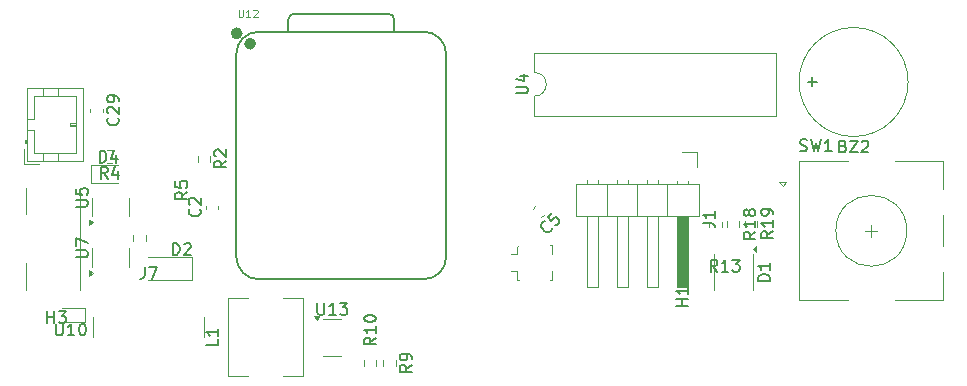
<source format=gbr>
%TF.GenerationSoftware,KiCad,Pcbnew,9.0.2*%
%TF.CreationDate,2025-07-15T17:58:13-04:00*%
%TF.ProjectId,raven-caller,72617665-6e2d-4636-916c-6c65722e6b69,rev?*%
%TF.SameCoordinates,Original*%
%TF.FileFunction,Legend,Top*%
%TF.FilePolarity,Positive*%
%FSLAX46Y46*%
G04 Gerber Fmt 4.6, Leading zero omitted, Abs format (unit mm)*
G04 Created by KiCad (PCBNEW 9.0.2) date 2025-07-15 17:58:13*
%MOMM*%
%LPD*%
G01*
G04 APERTURE LIST*
%ADD10C,0.150000*%
%ADD11C,0.101600*%
%ADD12C,0.120000*%
%ADD13C,0.127000*%
%ADD14C,0.100000*%
%ADD15C,0.504000*%
G04 APERTURE END LIST*
D10*
X184266667Y-102207200D02*
X184409524Y-102254819D01*
X184409524Y-102254819D02*
X184647619Y-102254819D01*
X184647619Y-102254819D02*
X184742857Y-102207200D01*
X184742857Y-102207200D02*
X184790476Y-102159580D01*
X184790476Y-102159580D02*
X184838095Y-102064342D01*
X184838095Y-102064342D02*
X184838095Y-101969104D01*
X184838095Y-101969104D02*
X184790476Y-101873866D01*
X184790476Y-101873866D02*
X184742857Y-101826247D01*
X184742857Y-101826247D02*
X184647619Y-101778628D01*
X184647619Y-101778628D02*
X184457143Y-101731009D01*
X184457143Y-101731009D02*
X184361905Y-101683390D01*
X184361905Y-101683390D02*
X184314286Y-101635771D01*
X184314286Y-101635771D02*
X184266667Y-101540533D01*
X184266667Y-101540533D02*
X184266667Y-101445295D01*
X184266667Y-101445295D02*
X184314286Y-101350057D01*
X184314286Y-101350057D02*
X184361905Y-101302438D01*
X184361905Y-101302438D02*
X184457143Y-101254819D01*
X184457143Y-101254819D02*
X184695238Y-101254819D01*
X184695238Y-101254819D02*
X184838095Y-101302438D01*
X185171429Y-101254819D02*
X185409524Y-102254819D01*
X185409524Y-102254819D02*
X185600000Y-101540533D01*
X185600000Y-101540533D02*
X185790476Y-102254819D01*
X185790476Y-102254819D02*
X186028572Y-101254819D01*
X186933333Y-102254819D02*
X186361905Y-102254819D01*
X186647619Y-102254819D02*
X186647619Y-101254819D01*
X186647619Y-101254819D02*
X186552381Y-101397676D01*
X186552381Y-101397676D02*
X186457143Y-101492914D01*
X186457143Y-101492914D02*
X186361905Y-101540533D01*
X122954819Y-111224404D02*
X123764342Y-111224404D01*
X123764342Y-111224404D02*
X123859580Y-111176785D01*
X123859580Y-111176785D02*
X123907200Y-111129166D01*
X123907200Y-111129166D02*
X123954819Y-111033928D01*
X123954819Y-111033928D02*
X123954819Y-110843452D01*
X123954819Y-110843452D02*
X123907200Y-110748214D01*
X123907200Y-110748214D02*
X123859580Y-110700595D01*
X123859580Y-110700595D02*
X123764342Y-110652976D01*
X123764342Y-110652976D02*
X122954819Y-110652976D01*
X122954819Y-110272023D02*
X122954819Y-109605357D01*
X122954819Y-109605357D02*
X123954819Y-110033928D01*
X122954818Y-106949405D02*
X123764341Y-106949405D01*
X123764341Y-106949405D02*
X123859579Y-106901786D01*
X123859579Y-106901786D02*
X123907199Y-106854167D01*
X123907199Y-106854167D02*
X123954818Y-106758929D01*
X123954818Y-106758929D02*
X123954818Y-106568453D01*
X123954818Y-106568453D02*
X123907199Y-106473215D01*
X123907199Y-106473215D02*
X123859579Y-106425596D01*
X123859579Y-106425596D02*
X123764341Y-106377977D01*
X123764341Y-106377977D02*
X122954818Y-106377977D01*
X122954818Y-105425596D02*
X122954818Y-105901786D01*
X122954818Y-105901786D02*
X123431008Y-105949405D01*
X123431008Y-105949405D02*
X123383389Y-105901786D01*
X123383389Y-105901786D02*
X123335770Y-105806548D01*
X123335770Y-105806548D02*
X123335770Y-105568453D01*
X123335770Y-105568453D02*
X123383389Y-105473215D01*
X123383389Y-105473215D02*
X123431008Y-105425596D01*
X123431008Y-105425596D02*
X123526246Y-105377977D01*
X123526246Y-105377977D02*
X123764341Y-105377977D01*
X123764341Y-105377977D02*
X123859579Y-105425596D01*
X123859579Y-105425596D02*
X123907199Y-105473215D01*
X123907199Y-105473215D02*
X123954818Y-105568453D01*
X123954818Y-105568453D02*
X123954818Y-105806548D01*
X123954818Y-105806548D02*
X123907199Y-105901786D01*
X123907199Y-105901786D02*
X123859579Y-105949405D01*
X125633333Y-104584819D02*
X125300000Y-104108628D01*
X125061905Y-104584819D02*
X125061905Y-103584819D01*
X125061905Y-103584819D02*
X125442857Y-103584819D01*
X125442857Y-103584819D02*
X125538095Y-103632438D01*
X125538095Y-103632438D02*
X125585714Y-103680057D01*
X125585714Y-103680057D02*
X125633333Y-103775295D01*
X125633333Y-103775295D02*
X125633333Y-103918152D01*
X125633333Y-103918152D02*
X125585714Y-104013390D01*
X125585714Y-104013390D02*
X125538095Y-104061009D01*
X125538095Y-104061009D02*
X125442857Y-104108628D01*
X125442857Y-104108628D02*
X125061905Y-104108628D01*
X126490476Y-103918152D02*
X126490476Y-104584819D01*
X126252381Y-103537200D02*
X126014286Y-104251485D01*
X126014286Y-104251485D02*
X126633333Y-104251485D01*
X135684819Y-103066666D02*
X135208628Y-103399999D01*
X135684819Y-103638094D02*
X134684819Y-103638094D01*
X134684819Y-103638094D02*
X134684819Y-103257142D01*
X134684819Y-103257142D02*
X134732438Y-103161904D01*
X134732438Y-103161904D02*
X134780057Y-103114285D01*
X134780057Y-103114285D02*
X134875295Y-103066666D01*
X134875295Y-103066666D02*
X135018152Y-103066666D01*
X135018152Y-103066666D02*
X135113390Y-103114285D01*
X135113390Y-103114285D02*
X135161009Y-103161904D01*
X135161009Y-103161904D02*
X135208628Y-103257142D01*
X135208628Y-103257142D02*
X135208628Y-103638094D01*
X134780057Y-102685713D02*
X134732438Y-102638094D01*
X134732438Y-102638094D02*
X134684819Y-102542856D01*
X134684819Y-102542856D02*
X134684819Y-102304761D01*
X134684819Y-102304761D02*
X134732438Y-102209523D01*
X134732438Y-102209523D02*
X134780057Y-102161904D01*
X134780057Y-102161904D02*
X134875295Y-102114285D01*
X134875295Y-102114285D02*
X134970533Y-102114285D01*
X134970533Y-102114285D02*
X135113390Y-102161904D01*
X135113390Y-102161904D02*
X135684819Y-102733332D01*
X135684819Y-102733332D02*
X135684819Y-102114285D01*
X177257141Y-112454820D02*
X176923808Y-111978629D01*
X176685713Y-112454820D02*
X176685713Y-111454820D01*
X176685713Y-111454820D02*
X177066665Y-111454820D01*
X177066665Y-111454820D02*
X177161903Y-111502439D01*
X177161903Y-111502439D02*
X177209522Y-111550058D01*
X177209522Y-111550058D02*
X177257141Y-111645296D01*
X177257141Y-111645296D02*
X177257141Y-111788153D01*
X177257141Y-111788153D02*
X177209522Y-111883391D01*
X177209522Y-111883391D02*
X177161903Y-111931010D01*
X177161903Y-111931010D02*
X177066665Y-111978629D01*
X177066665Y-111978629D02*
X176685713Y-111978629D01*
X178209522Y-112454820D02*
X177638094Y-112454820D01*
X177923808Y-112454820D02*
X177923808Y-111454820D01*
X177923808Y-111454820D02*
X177828570Y-111597677D01*
X177828570Y-111597677D02*
X177733332Y-111692915D01*
X177733332Y-111692915D02*
X177638094Y-111740534D01*
X178542856Y-111454820D02*
X179161903Y-111454820D01*
X179161903Y-111454820D02*
X178828570Y-111835772D01*
X178828570Y-111835772D02*
X178971427Y-111835772D01*
X178971427Y-111835772D02*
X179066665Y-111883391D01*
X179066665Y-111883391D02*
X179114284Y-111931010D01*
X179114284Y-111931010D02*
X179161903Y-112026248D01*
X179161903Y-112026248D02*
X179161903Y-112264343D01*
X179161903Y-112264343D02*
X179114284Y-112359581D01*
X179114284Y-112359581D02*
X179066665Y-112407201D01*
X179066665Y-112407201D02*
X178971427Y-112454820D01*
X178971427Y-112454820D02*
X178685713Y-112454820D01*
X178685713Y-112454820D02*
X178590475Y-112407201D01*
X178590475Y-112407201D02*
X178542856Y-112359581D01*
X160234819Y-97356904D02*
X161044342Y-97356904D01*
X161044342Y-97356904D02*
X161139580Y-97309285D01*
X161139580Y-97309285D02*
X161187200Y-97261666D01*
X161187200Y-97261666D02*
X161234819Y-97166428D01*
X161234819Y-97166428D02*
X161234819Y-96975952D01*
X161234819Y-96975952D02*
X161187200Y-96880714D01*
X161187200Y-96880714D02*
X161139580Y-96833095D01*
X161139580Y-96833095D02*
X161044342Y-96785476D01*
X161044342Y-96785476D02*
X160234819Y-96785476D01*
X160568152Y-95880714D02*
X161234819Y-95880714D01*
X160187200Y-96118809D02*
X160901485Y-96356904D01*
X160901485Y-96356904D02*
X160901485Y-95737857D01*
D11*
X136733809Y-90270979D02*
X136733809Y-90785026D01*
X136733809Y-90785026D02*
X136764047Y-90845502D01*
X136764047Y-90845502D02*
X136794285Y-90875741D01*
X136794285Y-90875741D02*
X136854761Y-90905979D01*
X136854761Y-90905979D02*
X136975714Y-90905979D01*
X136975714Y-90905979D02*
X137036190Y-90875741D01*
X137036190Y-90875741D02*
X137066428Y-90845502D01*
X137066428Y-90845502D02*
X137096666Y-90785026D01*
X137096666Y-90785026D02*
X137096666Y-90270979D01*
X137731666Y-90905979D02*
X137368809Y-90905979D01*
X137550237Y-90905979D02*
X137550237Y-90270979D01*
X137550237Y-90270979D02*
X137489761Y-90361693D01*
X137489761Y-90361693D02*
X137429285Y-90422169D01*
X137429285Y-90422169D02*
X137368809Y-90452407D01*
X137973571Y-90331455D02*
X138003809Y-90301217D01*
X138003809Y-90301217D02*
X138064285Y-90270979D01*
X138064285Y-90270979D02*
X138215476Y-90270979D01*
X138215476Y-90270979D02*
X138275952Y-90301217D01*
X138275952Y-90301217D02*
X138306190Y-90331455D01*
X138306190Y-90331455D02*
X138336428Y-90391931D01*
X138336428Y-90391931D02*
X138336428Y-90452407D01*
X138336428Y-90452407D02*
X138306190Y-90543121D01*
X138306190Y-90543121D02*
X137943333Y-90905979D01*
X137943333Y-90905979D02*
X138336428Y-90905979D01*
D10*
X131161905Y-111054819D02*
X131161905Y-110054819D01*
X131161905Y-110054819D02*
X131400000Y-110054819D01*
X131400000Y-110054819D02*
X131542857Y-110102438D01*
X131542857Y-110102438D02*
X131638095Y-110197676D01*
X131638095Y-110197676D02*
X131685714Y-110292914D01*
X131685714Y-110292914D02*
X131733333Y-110483390D01*
X131733333Y-110483390D02*
X131733333Y-110626247D01*
X131733333Y-110626247D02*
X131685714Y-110816723D01*
X131685714Y-110816723D02*
X131638095Y-110911961D01*
X131638095Y-110911961D02*
X131542857Y-111007200D01*
X131542857Y-111007200D02*
X131400000Y-111054819D01*
X131400000Y-111054819D02*
X131161905Y-111054819D01*
X132114286Y-110150057D02*
X132161905Y-110102438D01*
X132161905Y-110102438D02*
X132257143Y-110054819D01*
X132257143Y-110054819D02*
X132495238Y-110054819D01*
X132495238Y-110054819D02*
X132590476Y-110102438D01*
X132590476Y-110102438D02*
X132638095Y-110150057D01*
X132638095Y-110150057D02*
X132685714Y-110245295D01*
X132685714Y-110245295D02*
X132685714Y-110340533D01*
X132685714Y-110340533D02*
X132638095Y-110483390D01*
X132638095Y-110483390D02*
X132066667Y-111054819D01*
X132066667Y-111054819D02*
X132685714Y-111054819D01*
X135004819Y-118166666D02*
X135004819Y-118642856D01*
X135004819Y-118642856D02*
X134004819Y-118642856D01*
X135004819Y-117309523D02*
X135004819Y-117880951D01*
X135004819Y-117595237D02*
X134004819Y-117595237D01*
X134004819Y-117595237D02*
X134147676Y-117690475D01*
X134147676Y-117690475D02*
X134242914Y-117785713D01*
X134242914Y-117785713D02*
X134290533Y-117880951D01*
X128776666Y-112059819D02*
X128776666Y-112774104D01*
X128776666Y-112774104D02*
X128729047Y-112916961D01*
X128729047Y-112916961D02*
X128633809Y-113012200D01*
X128633809Y-113012200D02*
X128490952Y-113059819D01*
X128490952Y-113059819D02*
X128395714Y-113059819D01*
X129157619Y-112059819D02*
X129824285Y-112059819D01*
X129824285Y-112059819D02*
X129395714Y-113059819D01*
X187919046Y-101831009D02*
X188061903Y-101878628D01*
X188061903Y-101878628D02*
X188109522Y-101926247D01*
X188109522Y-101926247D02*
X188157141Y-102021485D01*
X188157141Y-102021485D02*
X188157141Y-102164342D01*
X188157141Y-102164342D02*
X188109522Y-102259580D01*
X188109522Y-102259580D02*
X188061903Y-102307200D01*
X188061903Y-102307200D02*
X187966665Y-102354819D01*
X187966665Y-102354819D02*
X187585713Y-102354819D01*
X187585713Y-102354819D02*
X187585713Y-101354819D01*
X187585713Y-101354819D02*
X187919046Y-101354819D01*
X187919046Y-101354819D02*
X188014284Y-101402438D01*
X188014284Y-101402438D02*
X188061903Y-101450057D01*
X188061903Y-101450057D02*
X188109522Y-101545295D01*
X188109522Y-101545295D02*
X188109522Y-101640533D01*
X188109522Y-101640533D02*
X188061903Y-101735771D01*
X188061903Y-101735771D02*
X188014284Y-101783390D01*
X188014284Y-101783390D02*
X187919046Y-101831009D01*
X187919046Y-101831009D02*
X187585713Y-101831009D01*
X188490475Y-101354819D02*
X189157141Y-101354819D01*
X189157141Y-101354819D02*
X188490475Y-102354819D01*
X188490475Y-102354819D02*
X189157141Y-102354819D01*
X189490475Y-101450057D02*
X189538094Y-101402438D01*
X189538094Y-101402438D02*
X189633332Y-101354819D01*
X189633332Y-101354819D02*
X189871427Y-101354819D01*
X189871427Y-101354819D02*
X189966665Y-101402438D01*
X189966665Y-101402438D02*
X190014284Y-101450057D01*
X190014284Y-101450057D02*
X190061903Y-101545295D01*
X190061903Y-101545295D02*
X190061903Y-101640533D01*
X190061903Y-101640533D02*
X190014284Y-101783390D01*
X190014284Y-101783390D02*
X189442856Y-102354819D01*
X189442856Y-102354819D02*
X190061903Y-102354819D01*
X184919047Y-96373866D02*
X185680952Y-96373866D01*
X185299999Y-96754819D02*
X185299999Y-95992914D01*
X143399405Y-115104819D02*
X143399405Y-115914342D01*
X143399405Y-115914342D02*
X143447024Y-116009580D01*
X143447024Y-116009580D02*
X143494643Y-116057200D01*
X143494643Y-116057200D02*
X143589881Y-116104819D01*
X143589881Y-116104819D02*
X143780357Y-116104819D01*
X143780357Y-116104819D02*
X143875595Y-116057200D01*
X143875595Y-116057200D02*
X143923214Y-116009580D01*
X143923214Y-116009580D02*
X143970833Y-115914342D01*
X143970833Y-115914342D02*
X143970833Y-115104819D01*
X144970833Y-116104819D02*
X144399405Y-116104819D01*
X144685119Y-116104819D02*
X144685119Y-115104819D01*
X144685119Y-115104819D02*
X144589881Y-115247676D01*
X144589881Y-115247676D02*
X144494643Y-115342914D01*
X144494643Y-115342914D02*
X144399405Y-115390533D01*
X145304167Y-115104819D02*
X145923214Y-115104819D01*
X145923214Y-115104819D02*
X145589881Y-115485771D01*
X145589881Y-115485771D02*
X145732738Y-115485771D01*
X145732738Y-115485771D02*
X145827976Y-115533390D01*
X145827976Y-115533390D02*
X145875595Y-115581009D01*
X145875595Y-115581009D02*
X145923214Y-115676247D01*
X145923214Y-115676247D02*
X145923214Y-115914342D01*
X145923214Y-115914342D02*
X145875595Y-116009580D01*
X145875595Y-116009580D02*
X145827976Y-116057200D01*
X145827976Y-116057200D02*
X145732738Y-116104819D01*
X145732738Y-116104819D02*
X145447024Y-116104819D01*
X145447024Y-116104819D02*
X145351786Y-116057200D01*
X145351786Y-116057200D02*
X145304167Y-116009580D01*
X176034819Y-108333333D02*
X176749104Y-108333333D01*
X176749104Y-108333333D02*
X176891961Y-108380952D01*
X176891961Y-108380952D02*
X176987200Y-108476190D01*
X176987200Y-108476190D02*
X177034819Y-108619047D01*
X177034819Y-108619047D02*
X177034819Y-108714285D01*
X177034819Y-107333333D02*
X177034819Y-107904761D01*
X177034819Y-107619047D02*
X176034819Y-107619047D01*
X176034819Y-107619047D02*
X176177676Y-107714285D01*
X176177676Y-107714285D02*
X176272914Y-107809523D01*
X176272914Y-107809523D02*
X176320533Y-107904761D01*
X126489580Y-99442857D02*
X126537200Y-99490476D01*
X126537200Y-99490476D02*
X126584819Y-99633333D01*
X126584819Y-99633333D02*
X126584819Y-99728571D01*
X126584819Y-99728571D02*
X126537200Y-99871428D01*
X126537200Y-99871428D02*
X126441961Y-99966666D01*
X126441961Y-99966666D02*
X126346723Y-100014285D01*
X126346723Y-100014285D02*
X126156247Y-100061904D01*
X126156247Y-100061904D02*
X126013390Y-100061904D01*
X126013390Y-100061904D02*
X125822914Y-100014285D01*
X125822914Y-100014285D02*
X125727676Y-99966666D01*
X125727676Y-99966666D02*
X125632438Y-99871428D01*
X125632438Y-99871428D02*
X125584819Y-99728571D01*
X125584819Y-99728571D02*
X125584819Y-99633333D01*
X125584819Y-99633333D02*
X125632438Y-99490476D01*
X125632438Y-99490476D02*
X125680057Y-99442857D01*
X125680057Y-99061904D02*
X125632438Y-99014285D01*
X125632438Y-99014285D02*
X125584819Y-98919047D01*
X125584819Y-98919047D02*
X125584819Y-98680952D01*
X125584819Y-98680952D02*
X125632438Y-98585714D01*
X125632438Y-98585714D02*
X125680057Y-98538095D01*
X125680057Y-98538095D02*
X125775295Y-98490476D01*
X125775295Y-98490476D02*
X125870533Y-98490476D01*
X125870533Y-98490476D02*
X126013390Y-98538095D01*
X126013390Y-98538095D02*
X126584819Y-99109523D01*
X126584819Y-99109523D02*
X126584819Y-98490476D01*
X126584819Y-98014285D02*
X126584819Y-97823809D01*
X126584819Y-97823809D02*
X126537200Y-97728571D01*
X126537200Y-97728571D02*
X126489580Y-97680952D01*
X126489580Y-97680952D02*
X126346723Y-97585714D01*
X126346723Y-97585714D02*
X126156247Y-97538095D01*
X126156247Y-97538095D02*
X125775295Y-97538095D01*
X125775295Y-97538095D02*
X125680057Y-97585714D01*
X125680057Y-97585714D02*
X125632438Y-97633333D01*
X125632438Y-97633333D02*
X125584819Y-97728571D01*
X125584819Y-97728571D02*
X125584819Y-97919047D01*
X125584819Y-97919047D02*
X125632438Y-98014285D01*
X125632438Y-98014285D02*
X125680057Y-98061904D01*
X125680057Y-98061904D02*
X125775295Y-98109523D01*
X125775295Y-98109523D02*
X126013390Y-98109523D01*
X126013390Y-98109523D02*
X126108628Y-98061904D01*
X126108628Y-98061904D02*
X126156247Y-98014285D01*
X126156247Y-98014285D02*
X126203866Y-97919047D01*
X126203866Y-97919047D02*
X126203866Y-97728571D01*
X126203866Y-97728571D02*
X126156247Y-97633333D01*
X126156247Y-97633333D02*
X126108628Y-97585714D01*
X126108628Y-97585714D02*
X126013390Y-97538095D01*
X181984818Y-109042857D02*
X181508627Y-109376190D01*
X181984818Y-109614285D02*
X180984818Y-109614285D01*
X180984818Y-109614285D02*
X180984818Y-109233333D01*
X180984818Y-109233333D02*
X181032437Y-109138095D01*
X181032437Y-109138095D02*
X181080056Y-109090476D01*
X181080056Y-109090476D02*
X181175294Y-109042857D01*
X181175294Y-109042857D02*
X181318151Y-109042857D01*
X181318151Y-109042857D02*
X181413389Y-109090476D01*
X181413389Y-109090476D02*
X181461008Y-109138095D01*
X181461008Y-109138095D02*
X181508627Y-109233333D01*
X181508627Y-109233333D02*
X181508627Y-109614285D01*
X181984818Y-108090476D02*
X181984818Y-108661904D01*
X181984818Y-108376190D02*
X180984818Y-108376190D01*
X180984818Y-108376190D02*
X181127675Y-108471428D01*
X181127675Y-108471428D02*
X181222913Y-108566666D01*
X181222913Y-108566666D02*
X181270532Y-108661904D01*
X181984818Y-107614285D02*
X181984818Y-107423809D01*
X181984818Y-107423809D02*
X181937199Y-107328571D01*
X181937199Y-107328571D02*
X181889579Y-107280952D01*
X181889579Y-107280952D02*
X181746722Y-107185714D01*
X181746722Y-107185714D02*
X181556246Y-107138095D01*
X181556246Y-107138095D02*
X181175294Y-107138095D01*
X181175294Y-107138095D02*
X181080056Y-107185714D01*
X181080056Y-107185714D02*
X181032437Y-107233333D01*
X181032437Y-107233333D02*
X180984818Y-107328571D01*
X180984818Y-107328571D02*
X180984818Y-107519047D01*
X180984818Y-107519047D02*
X181032437Y-107614285D01*
X181032437Y-107614285D02*
X181080056Y-107661904D01*
X181080056Y-107661904D02*
X181175294Y-107709523D01*
X181175294Y-107709523D02*
X181413389Y-107709523D01*
X181413389Y-107709523D02*
X181508627Y-107661904D01*
X181508627Y-107661904D02*
X181556246Y-107614285D01*
X181556246Y-107614285D02*
X181603865Y-107519047D01*
X181603865Y-107519047D02*
X181603865Y-107328571D01*
X181603865Y-107328571D02*
X181556246Y-107233333D01*
X181556246Y-107233333D02*
X181508627Y-107185714D01*
X181508627Y-107185714D02*
X181413389Y-107138095D01*
X133429580Y-107166666D02*
X133477200Y-107214285D01*
X133477200Y-107214285D02*
X133524819Y-107357142D01*
X133524819Y-107357142D02*
X133524819Y-107452380D01*
X133524819Y-107452380D02*
X133477200Y-107595237D01*
X133477200Y-107595237D02*
X133381961Y-107690475D01*
X133381961Y-107690475D02*
X133286723Y-107738094D01*
X133286723Y-107738094D02*
X133096247Y-107785713D01*
X133096247Y-107785713D02*
X132953390Y-107785713D01*
X132953390Y-107785713D02*
X132762914Y-107738094D01*
X132762914Y-107738094D02*
X132667676Y-107690475D01*
X132667676Y-107690475D02*
X132572438Y-107595237D01*
X132572438Y-107595237D02*
X132524819Y-107452380D01*
X132524819Y-107452380D02*
X132524819Y-107357142D01*
X132524819Y-107357142D02*
X132572438Y-107214285D01*
X132572438Y-107214285D02*
X132620057Y-107166666D01*
X132620057Y-106785713D02*
X132572438Y-106738094D01*
X132572438Y-106738094D02*
X132524819Y-106642856D01*
X132524819Y-106642856D02*
X132524819Y-106404761D01*
X132524819Y-106404761D02*
X132572438Y-106309523D01*
X132572438Y-106309523D02*
X132620057Y-106261904D01*
X132620057Y-106261904D02*
X132715295Y-106214285D01*
X132715295Y-106214285D02*
X132810533Y-106214285D01*
X132810533Y-106214285D02*
X132953390Y-106261904D01*
X132953390Y-106261904D02*
X133524819Y-106833332D01*
X133524819Y-106833332D02*
X133524819Y-106214285D01*
X180484817Y-109082857D02*
X180008626Y-109416190D01*
X180484817Y-109654285D02*
X179484817Y-109654285D01*
X179484817Y-109654285D02*
X179484817Y-109273333D01*
X179484817Y-109273333D02*
X179532436Y-109178095D01*
X179532436Y-109178095D02*
X179580055Y-109130476D01*
X179580055Y-109130476D02*
X179675293Y-109082857D01*
X179675293Y-109082857D02*
X179818150Y-109082857D01*
X179818150Y-109082857D02*
X179913388Y-109130476D01*
X179913388Y-109130476D02*
X179961007Y-109178095D01*
X179961007Y-109178095D02*
X180008626Y-109273333D01*
X180008626Y-109273333D02*
X180008626Y-109654285D01*
X180484817Y-108130476D02*
X180484817Y-108701904D01*
X180484817Y-108416190D02*
X179484817Y-108416190D01*
X179484817Y-108416190D02*
X179627674Y-108511428D01*
X179627674Y-108511428D02*
X179722912Y-108606666D01*
X179722912Y-108606666D02*
X179770531Y-108701904D01*
X179913388Y-107559047D02*
X179865769Y-107654285D01*
X179865769Y-107654285D02*
X179818150Y-107701904D01*
X179818150Y-107701904D02*
X179722912Y-107749523D01*
X179722912Y-107749523D02*
X179675293Y-107749523D01*
X179675293Y-107749523D02*
X179580055Y-107701904D01*
X179580055Y-107701904D02*
X179532436Y-107654285D01*
X179532436Y-107654285D02*
X179484817Y-107559047D01*
X179484817Y-107559047D02*
X179484817Y-107368571D01*
X179484817Y-107368571D02*
X179532436Y-107273333D01*
X179532436Y-107273333D02*
X179580055Y-107225714D01*
X179580055Y-107225714D02*
X179675293Y-107178095D01*
X179675293Y-107178095D02*
X179722912Y-107178095D01*
X179722912Y-107178095D02*
X179818150Y-107225714D01*
X179818150Y-107225714D02*
X179865769Y-107273333D01*
X179865769Y-107273333D02*
X179913388Y-107368571D01*
X179913388Y-107368571D02*
X179913388Y-107559047D01*
X179913388Y-107559047D02*
X179961007Y-107654285D01*
X179961007Y-107654285D02*
X180008626Y-107701904D01*
X180008626Y-107701904D02*
X180103864Y-107749523D01*
X180103864Y-107749523D02*
X180294340Y-107749523D01*
X180294340Y-107749523D02*
X180389578Y-107701904D01*
X180389578Y-107701904D02*
X180437198Y-107654285D01*
X180437198Y-107654285D02*
X180484817Y-107559047D01*
X180484817Y-107559047D02*
X180484817Y-107368571D01*
X180484817Y-107368571D02*
X180437198Y-107273333D01*
X180437198Y-107273333D02*
X180389578Y-107225714D01*
X180389578Y-107225714D02*
X180294340Y-107178095D01*
X180294340Y-107178095D02*
X180103864Y-107178095D01*
X180103864Y-107178095D02*
X180008626Y-107225714D01*
X180008626Y-107225714D02*
X179961007Y-107273333D01*
X179961007Y-107273333D02*
X179913388Y-107368571D01*
X120538095Y-116804819D02*
X120538095Y-115804819D01*
X120538095Y-116281009D02*
X121109523Y-116281009D01*
X121109523Y-116804819D02*
X121109523Y-115804819D01*
X121490476Y-115804819D02*
X122109523Y-115804819D01*
X122109523Y-115804819D02*
X121776190Y-116185771D01*
X121776190Y-116185771D02*
X121919047Y-116185771D01*
X121919047Y-116185771D02*
X122014285Y-116233390D01*
X122014285Y-116233390D02*
X122061904Y-116281009D01*
X122061904Y-116281009D02*
X122109523Y-116376247D01*
X122109523Y-116376247D02*
X122109523Y-116614342D01*
X122109523Y-116614342D02*
X122061904Y-116709580D01*
X122061904Y-116709580D02*
X122014285Y-116757200D01*
X122014285Y-116757200D02*
X121919047Y-116804819D01*
X121919047Y-116804819D02*
X121633333Y-116804819D01*
X121633333Y-116804819D02*
X121538095Y-116757200D01*
X121538095Y-116757200D02*
X121490476Y-116709580D01*
X163247574Y-108783275D02*
X163247574Y-108850619D01*
X163247574Y-108850619D02*
X163180230Y-108985306D01*
X163180230Y-108985306D02*
X163112887Y-109052649D01*
X163112887Y-109052649D02*
X162978200Y-109119993D01*
X162978200Y-109119993D02*
X162843513Y-109119993D01*
X162843513Y-109119993D02*
X162742498Y-109086321D01*
X162742498Y-109086321D02*
X162574139Y-108985306D01*
X162574139Y-108985306D02*
X162473124Y-108884291D01*
X162473124Y-108884291D02*
X162372108Y-108715932D01*
X162372108Y-108715932D02*
X162338437Y-108614917D01*
X162338437Y-108614917D02*
X162338437Y-108480230D01*
X162338437Y-108480230D02*
X162405780Y-108345543D01*
X162405780Y-108345543D02*
X162473124Y-108278199D01*
X162473124Y-108278199D02*
X162607811Y-108210856D01*
X162607811Y-108210856D02*
X162675154Y-108210856D01*
X163247574Y-107503749D02*
X162910856Y-107840466D01*
X162910856Y-107840466D02*
X163213902Y-108210856D01*
X163213902Y-108210856D02*
X163213902Y-108143512D01*
X163213902Y-108143512D02*
X163247574Y-108042497D01*
X163247574Y-108042497D02*
X163415933Y-107874138D01*
X163415933Y-107874138D02*
X163516948Y-107840466D01*
X163516948Y-107840466D02*
X163584291Y-107840466D01*
X163584291Y-107840466D02*
X163685307Y-107874138D01*
X163685307Y-107874138D02*
X163853665Y-108042497D01*
X163853665Y-108042497D02*
X163887337Y-108143512D01*
X163887337Y-108143512D02*
X163887337Y-108210856D01*
X163887337Y-108210856D02*
X163853665Y-108311871D01*
X163853665Y-108311871D02*
X163685307Y-108480230D01*
X163685307Y-108480230D02*
X163584291Y-108513901D01*
X163584291Y-108513901D02*
X163516948Y-108513901D01*
X151384819Y-120341666D02*
X150908628Y-120674999D01*
X151384819Y-120913094D02*
X150384819Y-120913094D01*
X150384819Y-120913094D02*
X150384819Y-120532142D01*
X150384819Y-120532142D02*
X150432438Y-120436904D01*
X150432438Y-120436904D02*
X150480057Y-120389285D01*
X150480057Y-120389285D02*
X150575295Y-120341666D01*
X150575295Y-120341666D02*
X150718152Y-120341666D01*
X150718152Y-120341666D02*
X150813390Y-120389285D01*
X150813390Y-120389285D02*
X150861009Y-120436904D01*
X150861009Y-120436904D02*
X150908628Y-120532142D01*
X150908628Y-120532142D02*
X150908628Y-120913094D01*
X151384819Y-119865475D02*
X151384819Y-119674999D01*
X151384819Y-119674999D02*
X151337200Y-119579761D01*
X151337200Y-119579761D02*
X151289580Y-119532142D01*
X151289580Y-119532142D02*
X151146723Y-119436904D01*
X151146723Y-119436904D02*
X150956247Y-119389285D01*
X150956247Y-119389285D02*
X150575295Y-119389285D01*
X150575295Y-119389285D02*
X150480057Y-119436904D01*
X150480057Y-119436904D02*
X150432438Y-119484523D01*
X150432438Y-119484523D02*
X150384819Y-119579761D01*
X150384819Y-119579761D02*
X150384819Y-119770237D01*
X150384819Y-119770237D02*
X150432438Y-119865475D01*
X150432438Y-119865475D02*
X150480057Y-119913094D01*
X150480057Y-119913094D02*
X150575295Y-119960713D01*
X150575295Y-119960713D02*
X150813390Y-119960713D01*
X150813390Y-119960713D02*
X150908628Y-119913094D01*
X150908628Y-119913094D02*
X150956247Y-119865475D01*
X150956247Y-119865475D02*
X151003866Y-119770237D01*
X151003866Y-119770237D02*
X151003866Y-119579761D01*
X151003866Y-119579761D02*
X150956247Y-119484523D01*
X150956247Y-119484523D02*
X150908628Y-119436904D01*
X150908628Y-119436904D02*
X150813390Y-119389285D01*
X121261905Y-116854819D02*
X121261905Y-117664342D01*
X121261905Y-117664342D02*
X121309524Y-117759580D01*
X121309524Y-117759580D02*
X121357143Y-117807200D01*
X121357143Y-117807200D02*
X121452381Y-117854819D01*
X121452381Y-117854819D02*
X121642857Y-117854819D01*
X121642857Y-117854819D02*
X121738095Y-117807200D01*
X121738095Y-117807200D02*
X121785714Y-117759580D01*
X121785714Y-117759580D02*
X121833333Y-117664342D01*
X121833333Y-117664342D02*
X121833333Y-116854819D01*
X122833333Y-117854819D02*
X122261905Y-117854819D01*
X122547619Y-117854819D02*
X122547619Y-116854819D01*
X122547619Y-116854819D02*
X122452381Y-116997676D01*
X122452381Y-116997676D02*
X122357143Y-117092914D01*
X122357143Y-117092914D02*
X122261905Y-117140533D01*
X123452381Y-116854819D02*
X123547619Y-116854819D01*
X123547619Y-116854819D02*
X123642857Y-116902438D01*
X123642857Y-116902438D02*
X123690476Y-116950057D01*
X123690476Y-116950057D02*
X123738095Y-117045295D01*
X123738095Y-117045295D02*
X123785714Y-117235771D01*
X123785714Y-117235771D02*
X123785714Y-117473866D01*
X123785714Y-117473866D02*
X123738095Y-117664342D01*
X123738095Y-117664342D02*
X123690476Y-117759580D01*
X123690476Y-117759580D02*
X123642857Y-117807200D01*
X123642857Y-117807200D02*
X123547619Y-117854819D01*
X123547619Y-117854819D02*
X123452381Y-117854819D01*
X123452381Y-117854819D02*
X123357143Y-117807200D01*
X123357143Y-117807200D02*
X123309524Y-117759580D01*
X123309524Y-117759580D02*
X123261905Y-117664342D01*
X123261905Y-117664342D02*
X123214286Y-117473866D01*
X123214286Y-117473866D02*
X123214286Y-117235771D01*
X123214286Y-117235771D02*
X123261905Y-117045295D01*
X123261905Y-117045295D02*
X123309524Y-116950057D01*
X123309524Y-116950057D02*
X123357143Y-116902438D01*
X123357143Y-116902438D02*
X123452381Y-116854819D01*
X132383377Y-105723842D02*
X131907186Y-106057175D01*
X132383377Y-106295270D02*
X131383377Y-106295270D01*
X131383377Y-106295270D02*
X131383377Y-105914318D01*
X131383377Y-105914318D02*
X131430996Y-105819080D01*
X131430996Y-105819080D02*
X131478615Y-105771461D01*
X131478615Y-105771461D02*
X131573853Y-105723842D01*
X131573853Y-105723842D02*
X131716710Y-105723842D01*
X131716710Y-105723842D02*
X131811948Y-105771461D01*
X131811948Y-105771461D02*
X131859567Y-105819080D01*
X131859567Y-105819080D02*
X131907186Y-105914318D01*
X131907186Y-105914318D02*
X131907186Y-106295270D01*
X131383377Y-104819080D02*
X131383377Y-105295270D01*
X131383377Y-105295270D02*
X131859567Y-105342889D01*
X131859567Y-105342889D02*
X131811948Y-105295270D01*
X131811948Y-105295270D02*
X131764329Y-105200032D01*
X131764329Y-105200032D02*
X131764329Y-104961937D01*
X131764329Y-104961937D02*
X131811948Y-104866699D01*
X131811948Y-104866699D02*
X131859567Y-104819080D01*
X131859567Y-104819080D02*
X131954805Y-104771461D01*
X131954805Y-104771461D02*
X132192900Y-104771461D01*
X132192900Y-104771461D02*
X132288138Y-104819080D01*
X132288138Y-104819080D02*
X132335758Y-104866699D01*
X132335758Y-104866699D02*
X132383377Y-104961937D01*
X132383377Y-104961937D02*
X132383377Y-105200032D01*
X132383377Y-105200032D02*
X132335758Y-105295270D01*
X132335758Y-105295270D02*
X132288138Y-105342889D01*
X181704819Y-113238094D02*
X180704819Y-113238094D01*
X180704819Y-113238094D02*
X180704819Y-112999999D01*
X180704819Y-112999999D02*
X180752438Y-112857142D01*
X180752438Y-112857142D02*
X180847676Y-112761904D01*
X180847676Y-112761904D02*
X180942914Y-112714285D01*
X180942914Y-112714285D02*
X181133390Y-112666666D01*
X181133390Y-112666666D02*
X181276247Y-112666666D01*
X181276247Y-112666666D02*
X181466723Y-112714285D01*
X181466723Y-112714285D02*
X181561961Y-112761904D01*
X181561961Y-112761904D02*
X181657200Y-112857142D01*
X181657200Y-112857142D02*
X181704819Y-112999999D01*
X181704819Y-112999999D02*
X181704819Y-113238094D01*
X181704819Y-111714285D02*
X181704819Y-112285713D01*
X181704819Y-111999999D02*
X180704819Y-111999999D01*
X180704819Y-111999999D02*
X180847676Y-112095237D01*
X180847676Y-112095237D02*
X180942914Y-112190475D01*
X180942914Y-112190475D02*
X180990533Y-112285713D01*
X174804818Y-115361904D02*
X173804818Y-115361904D01*
X174281008Y-115361904D02*
X174281008Y-114790476D01*
X174804818Y-114790476D02*
X173804818Y-114790476D01*
X174804818Y-113790476D02*
X174804818Y-114361904D01*
X174804818Y-114076190D02*
X173804818Y-114076190D01*
X173804818Y-114076190D02*
X173947675Y-114171428D01*
X173947675Y-114171428D02*
X174042913Y-114266666D01*
X174042913Y-114266666D02*
X174090532Y-114361904D01*
X148354819Y-118042857D02*
X147878628Y-118376190D01*
X148354819Y-118614285D02*
X147354819Y-118614285D01*
X147354819Y-118614285D02*
X147354819Y-118233333D01*
X147354819Y-118233333D02*
X147402438Y-118138095D01*
X147402438Y-118138095D02*
X147450057Y-118090476D01*
X147450057Y-118090476D02*
X147545295Y-118042857D01*
X147545295Y-118042857D02*
X147688152Y-118042857D01*
X147688152Y-118042857D02*
X147783390Y-118090476D01*
X147783390Y-118090476D02*
X147831009Y-118138095D01*
X147831009Y-118138095D02*
X147878628Y-118233333D01*
X147878628Y-118233333D02*
X147878628Y-118614285D01*
X148354819Y-117090476D02*
X148354819Y-117661904D01*
X148354819Y-117376190D02*
X147354819Y-117376190D01*
X147354819Y-117376190D02*
X147497676Y-117471428D01*
X147497676Y-117471428D02*
X147592914Y-117566666D01*
X147592914Y-117566666D02*
X147640533Y-117661904D01*
X147354819Y-116471428D02*
X147354819Y-116376190D01*
X147354819Y-116376190D02*
X147402438Y-116280952D01*
X147402438Y-116280952D02*
X147450057Y-116233333D01*
X147450057Y-116233333D02*
X147545295Y-116185714D01*
X147545295Y-116185714D02*
X147735771Y-116138095D01*
X147735771Y-116138095D02*
X147973866Y-116138095D01*
X147973866Y-116138095D02*
X148164342Y-116185714D01*
X148164342Y-116185714D02*
X148259580Y-116233333D01*
X148259580Y-116233333D02*
X148307200Y-116280952D01*
X148307200Y-116280952D02*
X148354819Y-116376190D01*
X148354819Y-116376190D02*
X148354819Y-116471428D01*
X148354819Y-116471428D02*
X148307200Y-116566666D01*
X148307200Y-116566666D02*
X148259580Y-116614285D01*
X148259580Y-116614285D02*
X148164342Y-116661904D01*
X148164342Y-116661904D02*
X147973866Y-116709523D01*
X147973866Y-116709523D02*
X147735771Y-116709523D01*
X147735771Y-116709523D02*
X147545295Y-116661904D01*
X147545295Y-116661904D02*
X147450057Y-116614285D01*
X147450057Y-116614285D02*
X147402438Y-116566666D01*
X147402438Y-116566666D02*
X147354819Y-116471428D01*
X124961905Y-103224819D02*
X124961905Y-102224819D01*
X124961905Y-102224819D02*
X125200000Y-102224819D01*
X125200000Y-102224819D02*
X125342857Y-102272438D01*
X125342857Y-102272438D02*
X125438095Y-102367676D01*
X125438095Y-102367676D02*
X125485714Y-102462914D01*
X125485714Y-102462914D02*
X125533333Y-102653390D01*
X125533333Y-102653390D02*
X125533333Y-102796247D01*
X125533333Y-102796247D02*
X125485714Y-102986723D01*
X125485714Y-102986723D02*
X125438095Y-103081961D01*
X125438095Y-103081961D02*
X125342857Y-103177200D01*
X125342857Y-103177200D02*
X125200000Y-103224819D01*
X125200000Y-103224819D02*
X124961905Y-103224819D01*
X126390476Y-102558152D02*
X126390476Y-103224819D01*
X126152381Y-102177200D02*
X125914286Y-102891485D01*
X125914286Y-102891485D02*
X126533333Y-102891485D01*
D12*
%TO.C,SW1*%
X193300000Y-109000000D02*
G75*
G02*
X187300000Y-109000000I-3000000J0D01*
G01*
X187300000Y-109000000D02*
G75*
G02*
X193300000Y-109000000I3000000J0D01*
G01*
X196400000Y-114900000D02*
X192300000Y-114900000D01*
X196400000Y-112500000D02*
X196400000Y-114900000D01*
X196400000Y-107700000D02*
X196400000Y-110300000D01*
X196400000Y-103100000D02*
X196400000Y-105500000D01*
X192300000Y-103100000D02*
X196400000Y-103100000D01*
X190300000Y-108500000D02*
X190300000Y-109500000D01*
X189800000Y-109000000D02*
X190800000Y-109000000D01*
X188300000Y-114900000D02*
X184200000Y-114900000D01*
X188300000Y-103100000D02*
X184200000Y-103100000D01*
X184200000Y-103100000D02*
X184200000Y-114900000D01*
X183100000Y-104900000D02*
X182800000Y-105200000D01*
X182800000Y-105200000D02*
X182500000Y-104900000D01*
X182500000Y-104900000D02*
X183100000Y-104900000D01*
%TO.C,U7*%
X124339999Y-111262500D02*
X124340000Y-110462500D01*
X124339999Y-111262500D02*
X124340000Y-112062500D01*
X127460001Y-111262500D02*
X127460000Y-110462500D01*
X127460001Y-111262500D02*
X127460000Y-112062500D01*
X124390000Y-112562500D02*
X124060000Y-112802500D01*
X124060000Y-112322500D01*
X124390000Y-112562500D01*
G36*
X124390000Y-112562500D02*
G01*
X124060000Y-112802500D01*
X124060000Y-112322500D01*
X124390000Y-112562500D01*
G37*
%TO.C,U5*%
X124339998Y-106987501D02*
X124339999Y-106187501D01*
X124339998Y-106987501D02*
X124339999Y-107787501D01*
X127460000Y-106987501D02*
X127459999Y-106187501D01*
X127460000Y-106987501D02*
X127459999Y-107787501D01*
X124389999Y-108287501D02*
X124059999Y-108527501D01*
X124059999Y-108047501D01*
X124389999Y-108287501D01*
G36*
X124389999Y-108287501D02*
G01*
X124059999Y-108527501D01*
X124059999Y-108047501D01*
X124389999Y-108287501D01*
G37*
%TO.C,R4*%
X126037258Y-102177500D02*
X125562742Y-102177500D01*
X126037258Y-103222500D02*
X125562742Y-103222500D01*
%TO.C,R2*%
X133277500Y-102662742D02*
X133277500Y-103137258D01*
X134322500Y-102662742D02*
X134322500Y-103137258D01*
%TO.C,R13*%
X176577499Y-108237743D02*
X176577499Y-108712259D01*
X177622499Y-108237743D02*
X177622499Y-108712259D01*
%TO.C,U4*%
X161780000Y-93945000D02*
X161780000Y-95595000D01*
X161780000Y-97595000D02*
X161780000Y-99245000D01*
X161780000Y-99245000D02*
X182220000Y-99245000D01*
X182220000Y-93945000D02*
X161780000Y-93945000D01*
X182220000Y-99245000D02*
X182220000Y-93945000D01*
X161780000Y-95595000D02*
G75*
G02*
X161780000Y-97595000I0J-1000000D01*
G01*
D13*
%TO.C,U12*%
X136530000Y-111189000D02*
X136530000Y-94044000D01*
X138435000Y-113094000D02*
X152405000Y-113094000D01*
X140925000Y-92139000D02*
X140928728Y-91128728D01*
X141428728Y-90629000D02*
X149424000Y-90629000D01*
X149924000Y-91129000D02*
X149924000Y-92139000D01*
D14*
X152405000Y-92139000D02*
X138435000Y-92139000D01*
D13*
X152405000Y-92139000D02*
X138435000Y-92139000D01*
X154310000Y-111189000D02*
X154310000Y-94044000D01*
X136530000Y-94044000D02*
G75*
G02*
X138435000Y-92139000I1905001J-1D01*
G01*
X138435000Y-113094000D02*
G75*
G02*
X136530000Y-111189000I1J1905001D01*
G01*
X140928728Y-91128728D02*
G75*
G02*
X141428728Y-90629001I500018J-291D01*
G01*
X149424000Y-90629000D02*
G75*
G02*
X149924000Y-91129000I0J-500000D01*
G01*
X152405000Y-92139000D02*
G75*
G02*
X154310000Y-94044000I0J-1905000D01*
G01*
X154310000Y-111189000D02*
G75*
G02*
X152405000Y-113094000I-1905000J0D01*
G01*
D15*
X136818000Y-92280000D02*
G75*
G02*
X136314000Y-92280000I-252000J0D01*
G01*
X136314000Y-92280000D02*
G75*
G02*
X136818000Y-92280000I252000J0D01*
G01*
X137961000Y-93160000D02*
G75*
G02*
X137457000Y-93160000I-252000J0D01*
G01*
X137457000Y-93160000D02*
G75*
G02*
X137961000Y-93160000I252000J0D01*
G01*
D12*
%TO.C,D2*%
X132760000Y-111250000D02*
X129100000Y-111250000D01*
X132760000Y-113150000D02*
X129100000Y-113150000D01*
X132760000Y-113150000D02*
X132760000Y-111250000D01*
%TO.C,L1*%
X135800000Y-114700000D02*
X137500000Y-114700000D01*
X135800000Y-121300000D02*
X135800000Y-114700000D01*
X137500000Y-121300000D02*
X135800000Y-121300000D01*
X140500000Y-114700000D02*
X142200000Y-114700000D01*
X142200000Y-114700000D02*
X142200000Y-121300000D01*
X142200000Y-121300000D02*
X140500000Y-121300000D01*
%TO.C,J7*%
X124440000Y-118005000D02*
X124440000Y-116305000D01*
X133780000Y-118005000D02*
X133780000Y-116305000D01*
%TO.C,BZ2*%
X193419999Y-96400000D02*
G75*
G02*
X184180001Y-96400000I-4619999J0D01*
G01*
X184180001Y-96400000D02*
G75*
G02*
X193419999Y-96400000I4619999J0D01*
G01*
%TO.C,U13*%
X144637500Y-116490000D02*
X143837500Y-116490000D01*
X144637500Y-116490000D02*
X145437500Y-116490000D01*
X144637500Y-119610000D02*
X143837500Y-119610000D01*
X144637500Y-119610000D02*
X145437500Y-119610000D01*
X143337500Y-116540000D02*
X143097500Y-116210000D01*
X143577500Y-116210000D01*
X143337500Y-116540000D01*
G36*
X143337500Y-116540000D02*
G01*
X143097500Y-116210000D01*
X143577500Y-116210000D01*
X143337500Y-116540000D01*
G37*
%TO.C,J1*%
X165310000Y-105005000D02*
X165310000Y-107765000D01*
X165310000Y-107765000D02*
X175690000Y-107765000D01*
X166260000Y-104692358D02*
X166260000Y-105005000D01*
X166260000Y-113765000D02*
X166260000Y-107765000D01*
X167120000Y-104692358D02*
X167120000Y-105005000D01*
X167120000Y-107765000D02*
X167120000Y-113765000D01*
X167120000Y-113765000D02*
X166260000Y-113765000D01*
X167960000Y-105005000D02*
X167960000Y-107765000D01*
X168800000Y-104692358D02*
X168800000Y-105005000D01*
X168800000Y-113765000D02*
X168800000Y-107765000D01*
X169660000Y-104692358D02*
X169660000Y-105005000D01*
X169660000Y-107765000D02*
X169660000Y-113765000D01*
X169660000Y-113765000D02*
X168800000Y-113765000D01*
X170500000Y-105005000D02*
X170500000Y-107765000D01*
X171340000Y-104692358D02*
X171340000Y-105005000D01*
X171340000Y-113765000D02*
X171340000Y-107765000D01*
X172200000Y-104692358D02*
X172200000Y-105005000D01*
X172200000Y-107765000D02*
X172200000Y-113765000D01*
X172200000Y-113765000D02*
X171340000Y-113765000D01*
X173040000Y-105005000D02*
X173040000Y-107765000D01*
X173880000Y-104775000D02*
X173880000Y-105005000D01*
X174310000Y-102345000D02*
X175580000Y-102345000D01*
X174740000Y-104775000D02*
X174740000Y-105005000D01*
X175580000Y-102345000D02*
X175580000Y-103615000D01*
X175690000Y-105005000D02*
X165310000Y-105005000D01*
X175690000Y-107765000D02*
X175690000Y-105005000D01*
X174740000Y-107765000D02*
X173880000Y-107765000D01*
X173880000Y-113765000D01*
X174740000Y-113765000D01*
X174740000Y-107765000D01*
G36*
X174740000Y-107765000D02*
G01*
X173880000Y-107765000D01*
X173880000Y-113765000D01*
X174740000Y-113765000D01*
X174740000Y-107765000D01*
G37*
%TO.C,C29*%
X124190000Y-98659419D02*
X124190000Y-98940581D01*
X125210000Y-98659419D02*
X125210000Y-98940581D01*
%TO.C,R19*%
X179577499Y-108162742D02*
X179577499Y-108637258D01*
X180622499Y-108162742D02*
X180622499Y-108637258D01*
%TO.C,J3*%
X160300000Y-110400000D02*
X160500000Y-110200000D01*
X160300000Y-111000000D02*
X159800000Y-111000000D01*
X160300000Y-111000000D02*
X160300000Y-110400000D01*
X160300000Y-112400000D02*
X159800000Y-112400000D01*
X160300000Y-113200000D02*
X160300000Y-112400000D01*
X160500000Y-113200000D02*
X160300000Y-113200000D01*
X163100000Y-110200000D02*
X163300000Y-110200000D01*
X163300000Y-110200000D02*
X163300000Y-111000000D01*
X163300000Y-112400000D02*
X163300000Y-113200000D01*
X163300000Y-113200000D02*
X163100000Y-113200000D01*
%TO.C,C2*%
X133990000Y-107140581D02*
X133990000Y-106859419D01*
X135010000Y-107140581D02*
X135010000Y-106859419D01*
%TO.C,J2*%
X118540000Y-102110000D02*
X118540000Y-103360000D01*
X118540000Y-103360000D02*
X119790000Y-103360000D01*
X118640000Y-101300000D02*
X118640000Y-101600000D01*
X118640000Y-101600000D02*
X118840000Y-101600000D01*
X118740000Y-101300000D02*
X118740000Y-101600000D01*
X118840000Y-96940000D02*
X118840000Y-103060000D01*
X118840000Y-100500000D02*
X119450000Y-100500000D01*
X118840000Y-101300000D02*
X118640000Y-101300000D01*
X118840000Y-103060000D02*
X123560000Y-103060000D01*
X119450000Y-97550000D02*
X119450000Y-99500000D01*
X119450000Y-99500000D02*
X118840000Y-99500000D01*
X119450000Y-100500000D02*
X119450000Y-102450000D01*
X119450000Y-102450000D02*
X122950000Y-102450000D01*
X120150000Y-96940000D02*
X120150000Y-97550000D01*
X120150000Y-103060000D02*
X120150000Y-102450000D01*
X121450000Y-96940000D02*
X121450000Y-97550000D01*
X121450000Y-103060000D02*
X121450000Y-102450000D01*
X122450000Y-99900000D02*
X122950000Y-99900000D01*
X122450000Y-100100000D02*
X122450000Y-99900000D01*
X122950000Y-97550000D02*
X119450000Y-97550000D01*
X122950000Y-100000000D02*
X122450000Y-100000000D01*
X122950000Y-100100000D02*
X122450000Y-100100000D01*
X122950000Y-102450000D02*
X122950000Y-97550000D01*
X123560000Y-96940000D02*
X118840000Y-96940000D01*
X123560000Y-103060000D02*
X123560000Y-96940000D01*
%TO.C,R18*%
X178077498Y-108202742D02*
X178077498Y-108677258D01*
X179122498Y-108202742D02*
X179122498Y-108677258D01*
%TO.C,C5*%
X161838781Y-106939970D02*
X161639970Y-107138781D01*
X162560030Y-107661219D02*
X162361219Y-107860030D01*
%TO.C,R9*%
X148977500Y-119937742D02*
X148977500Y-120412258D01*
X150022500Y-119937742D02*
X150022500Y-120412258D01*
%TO.C,U10*%
X121800000Y-115500000D02*
X123760000Y-115499999D01*
X121800000Y-116700000D02*
X123760000Y-116700001D01*
X123760000Y-116700001D02*
X123760000Y-115499999D01*
%TO.C,SW2*%
X118700000Y-105400000D02*
X118700000Y-107600000D01*
X118700000Y-111700000D02*
X118700000Y-114000000D01*
X123300000Y-105400000D02*
X123300000Y-114000000D01*
%TO.C,R5*%
X127818943Y-109362742D02*
X127818943Y-109837258D01*
X128863943Y-109362742D02*
X128863943Y-109837258D01*
%TO.C,D1*%
X176950000Y-110975000D02*
X176950000Y-114025000D01*
X180250000Y-110975000D02*
X180250000Y-114025000D01*
X180580000Y-110790000D02*
X180250000Y-110550000D01*
X180580000Y-110310000D01*
X180580000Y-110790000D01*
G36*
X180580000Y-110790000D02*
G01*
X180250000Y-110550000D01*
X180580000Y-110310000D01*
X180580000Y-110790000D01*
G37*
%TO.C,R10*%
X147314940Y-120412257D02*
X147314940Y-119937741D01*
X148359940Y-120412257D02*
X148359940Y-119937741D01*
%TO.C,D4*%
X124215000Y-103465000D02*
X124215000Y-104935000D01*
X124215000Y-104935000D02*
X126500000Y-104935000D01*
X126500000Y-103465000D02*
X124215000Y-103465000D01*
%TD*%
M02*

</source>
